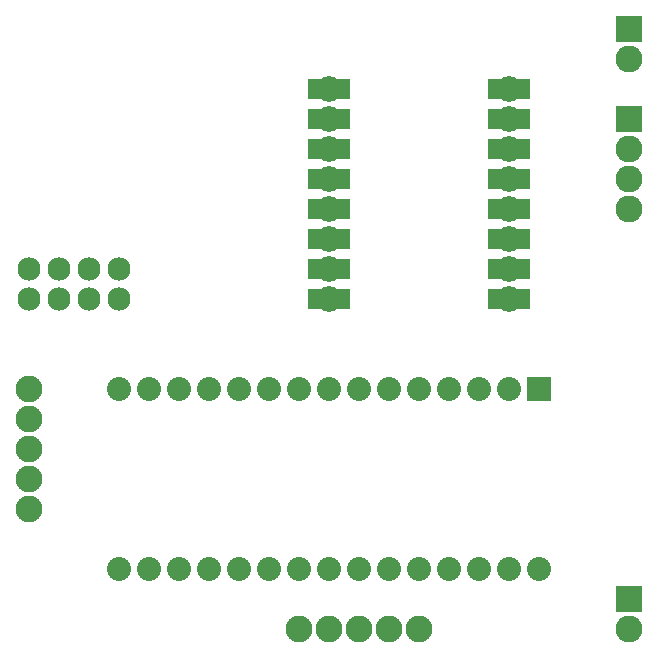
<source format=gts>
G04 MADE WITH FRITZING*
G04 WWW.FRITZING.ORG*
G04 DOUBLE SIDED*
G04 HOLES PLATED*
G04 CONTOUR ON CENTER OF CONTOUR VECTOR*
%ASAXBY*%
%FSLAX23Y23*%
%MOIN*%
%OFA0B0*%
%SFA1.0B1.0*%
%ADD10C,0.085333*%
%ADD11C,0.090000*%
%ADD12C,0.077278*%
%ADD13C,0.080000*%
%ADD14C,0.089370*%
%ADD15R,0.090000X0.090000*%
%ADD16R,0.080000X0.079972*%
%ADD17R,0.001000X0.001000*%
%LNMASK1*%
G90*
G70*
G54D10*
X1248Y1967D03*
X1248Y1867D03*
X1848Y1967D03*
X1848Y1867D03*
X1848Y1767D03*
X1848Y1667D03*
X1848Y1567D03*
X1848Y1467D03*
X1848Y1367D03*
X1848Y1267D03*
X1248Y1267D03*
X1248Y1367D03*
X1248Y1467D03*
X1248Y1567D03*
X1248Y1667D03*
X1248Y1767D03*
G54D11*
X2248Y267D03*
X2248Y167D03*
X2248Y2167D03*
X2248Y2067D03*
X2248Y1867D03*
X2248Y1767D03*
X2248Y1667D03*
X2248Y1567D03*
G54D12*
X248Y1367D03*
X348Y1367D03*
X448Y1367D03*
X548Y1367D03*
X248Y1267D03*
X348Y1267D03*
X448Y1267D03*
X548Y1267D03*
G54D13*
X1948Y967D03*
X1848Y967D03*
X1748Y967D03*
X1648Y967D03*
X1548Y967D03*
X1448Y967D03*
X1348Y967D03*
X1248Y967D03*
X1148Y967D03*
X1048Y967D03*
X948Y967D03*
X848Y967D03*
X748Y967D03*
X648Y967D03*
X548Y967D03*
X1948Y367D03*
X1848Y367D03*
X1748Y367D03*
X1648Y367D03*
X1548Y367D03*
X1448Y367D03*
X1348Y367D03*
X1248Y367D03*
X1148Y367D03*
X1048Y367D03*
X948Y367D03*
X848Y367D03*
X748Y367D03*
X648Y367D03*
X548Y367D03*
G54D14*
X248Y567D03*
X248Y667D03*
X248Y767D03*
X248Y867D03*
X248Y967D03*
X1548Y167D03*
X1448Y167D03*
X1348Y167D03*
X1248Y167D03*
X1148Y167D03*
G54D15*
X2248Y267D03*
X2248Y2167D03*
X2248Y1867D03*
G54D16*
X1948Y967D03*
G54D17*
X1243Y2001D02*
X1251Y2001D01*
X1843Y2001D02*
X1851Y2001D01*
X1237Y2000D02*
X1257Y2000D01*
X1837Y2000D02*
X1857Y2000D01*
X1178Y1999D02*
X1317Y1999D01*
X1778Y1999D02*
X1917Y1999D01*
X1178Y1998D02*
X1317Y1998D01*
X1778Y1998D02*
X1917Y1998D01*
X1178Y1997D02*
X1317Y1997D01*
X1778Y1997D02*
X1917Y1997D01*
X1178Y1996D02*
X1317Y1996D01*
X1778Y1996D02*
X1917Y1996D01*
X1178Y1995D02*
X1317Y1995D01*
X1778Y1995D02*
X1917Y1995D01*
X1178Y1994D02*
X1317Y1994D01*
X1778Y1994D02*
X1917Y1994D01*
X1178Y1993D02*
X1317Y1993D01*
X1778Y1993D02*
X1917Y1993D01*
X1178Y1992D02*
X1317Y1992D01*
X1778Y1992D02*
X1917Y1992D01*
X1178Y1991D02*
X1317Y1991D01*
X1778Y1991D02*
X1917Y1991D01*
X1178Y1990D02*
X1317Y1990D01*
X1778Y1990D02*
X1917Y1990D01*
X1178Y1989D02*
X1236Y1989D01*
X1258Y1989D02*
X1317Y1989D01*
X1778Y1989D02*
X1836Y1989D01*
X1858Y1989D02*
X1917Y1989D01*
X1178Y1988D02*
X1234Y1988D01*
X1260Y1988D02*
X1317Y1988D01*
X1778Y1988D02*
X1834Y1988D01*
X1860Y1988D02*
X1917Y1988D01*
X1178Y1987D02*
X1233Y1987D01*
X1262Y1987D02*
X1317Y1987D01*
X1778Y1987D02*
X1833Y1987D01*
X1862Y1987D02*
X1917Y1987D01*
X1178Y1986D02*
X1231Y1986D01*
X1263Y1986D02*
X1317Y1986D01*
X1778Y1986D02*
X1831Y1986D01*
X1863Y1986D02*
X1917Y1986D01*
X1178Y1985D02*
X1230Y1985D01*
X1264Y1985D02*
X1317Y1985D01*
X1778Y1985D02*
X1830Y1985D01*
X1864Y1985D02*
X1917Y1985D01*
X1178Y1984D02*
X1229Y1984D01*
X1265Y1984D02*
X1317Y1984D01*
X1778Y1984D02*
X1829Y1984D01*
X1865Y1984D02*
X1917Y1984D01*
X1178Y1983D02*
X1228Y1983D01*
X1266Y1983D02*
X1317Y1983D01*
X1778Y1983D02*
X1828Y1983D01*
X1866Y1983D02*
X1917Y1983D01*
X1178Y1982D02*
X1228Y1982D01*
X1267Y1982D02*
X1317Y1982D01*
X1778Y1982D02*
X1827Y1982D01*
X1867Y1982D02*
X1917Y1982D01*
X1178Y1981D02*
X1227Y1981D01*
X1268Y1981D02*
X1317Y1981D01*
X1778Y1981D02*
X1827Y1981D01*
X1867Y1981D02*
X1917Y1981D01*
X1178Y1980D02*
X1226Y1980D01*
X1268Y1980D02*
X1317Y1980D01*
X1778Y1980D02*
X1826Y1980D01*
X1868Y1980D02*
X1917Y1980D01*
X1178Y1979D02*
X1226Y1979D01*
X1269Y1979D02*
X1317Y1979D01*
X1778Y1979D02*
X1826Y1979D01*
X1869Y1979D02*
X1917Y1979D01*
X1178Y1978D02*
X1225Y1978D01*
X1269Y1978D02*
X1317Y1978D01*
X1778Y1978D02*
X1825Y1978D01*
X1869Y1978D02*
X1917Y1978D01*
X1178Y1977D02*
X1225Y1977D01*
X1270Y1977D02*
X1317Y1977D01*
X1778Y1977D02*
X1824Y1977D01*
X1870Y1977D02*
X1917Y1977D01*
X1178Y1976D02*
X1224Y1976D01*
X1270Y1976D02*
X1317Y1976D01*
X1778Y1976D02*
X1824Y1976D01*
X1870Y1976D02*
X1917Y1976D01*
X1178Y1975D02*
X1224Y1975D01*
X1271Y1975D02*
X1317Y1975D01*
X1778Y1975D02*
X1824Y1975D01*
X1871Y1975D02*
X1917Y1975D01*
X1178Y1974D02*
X1224Y1974D01*
X1271Y1974D02*
X1317Y1974D01*
X1778Y1974D02*
X1823Y1974D01*
X1871Y1974D02*
X1917Y1974D01*
X1178Y1973D02*
X1223Y1973D01*
X1271Y1973D02*
X1317Y1973D01*
X1778Y1973D02*
X1823Y1973D01*
X1871Y1973D02*
X1917Y1973D01*
X1178Y1972D02*
X1223Y1972D01*
X1272Y1972D02*
X1317Y1972D01*
X1778Y1972D02*
X1823Y1972D01*
X1872Y1972D02*
X1917Y1972D01*
X1178Y1971D02*
X1223Y1971D01*
X1272Y1971D02*
X1317Y1971D01*
X1778Y1971D02*
X1823Y1971D01*
X1872Y1971D02*
X1917Y1971D01*
X1178Y1970D02*
X1223Y1970D01*
X1272Y1970D02*
X1317Y1970D01*
X1778Y1970D02*
X1823Y1970D01*
X1872Y1970D02*
X1917Y1970D01*
X1178Y1969D02*
X1223Y1969D01*
X1272Y1969D02*
X1317Y1969D01*
X1778Y1969D02*
X1823Y1969D01*
X1872Y1969D02*
X1917Y1969D01*
X1178Y1968D02*
X1223Y1968D01*
X1272Y1968D02*
X1317Y1968D01*
X1778Y1968D02*
X1823Y1968D01*
X1872Y1968D02*
X1917Y1968D01*
X1178Y1967D02*
X1223Y1967D01*
X1272Y1967D02*
X1317Y1967D01*
X1778Y1967D02*
X1823Y1967D01*
X1872Y1967D02*
X1917Y1967D01*
X1178Y1966D02*
X1223Y1966D01*
X1272Y1966D02*
X1317Y1966D01*
X1778Y1966D02*
X1823Y1966D01*
X1872Y1966D02*
X1917Y1966D01*
X1178Y1965D02*
X1223Y1965D01*
X1272Y1965D02*
X1317Y1965D01*
X1778Y1965D02*
X1823Y1965D01*
X1872Y1965D02*
X1917Y1965D01*
X1178Y1964D02*
X1223Y1964D01*
X1272Y1964D02*
X1317Y1964D01*
X1778Y1964D02*
X1823Y1964D01*
X1872Y1964D02*
X1917Y1964D01*
X1178Y1963D02*
X1223Y1963D01*
X1272Y1963D02*
X1317Y1963D01*
X1778Y1963D02*
X1823Y1963D01*
X1872Y1963D02*
X1917Y1963D01*
X1178Y1962D02*
X1223Y1962D01*
X1271Y1962D02*
X1317Y1962D01*
X1778Y1962D02*
X1823Y1962D01*
X1871Y1962D02*
X1917Y1962D01*
X1178Y1961D02*
X1224Y1961D01*
X1271Y1961D02*
X1317Y1961D01*
X1778Y1961D02*
X1824Y1961D01*
X1871Y1961D02*
X1917Y1961D01*
X1178Y1960D02*
X1224Y1960D01*
X1271Y1960D02*
X1317Y1960D01*
X1778Y1960D02*
X1824Y1960D01*
X1871Y1960D02*
X1917Y1960D01*
X1178Y1959D02*
X1224Y1959D01*
X1271Y1959D02*
X1317Y1959D01*
X1778Y1959D02*
X1824Y1959D01*
X1871Y1959D02*
X1917Y1959D01*
X1178Y1958D02*
X1224Y1958D01*
X1270Y1958D02*
X1317Y1958D01*
X1778Y1958D02*
X1824Y1958D01*
X1870Y1958D02*
X1917Y1958D01*
X1178Y1957D02*
X1225Y1957D01*
X1270Y1957D02*
X1317Y1957D01*
X1778Y1957D02*
X1825Y1957D01*
X1870Y1957D02*
X1917Y1957D01*
X1178Y1956D02*
X1226Y1956D01*
X1269Y1956D02*
X1317Y1956D01*
X1778Y1956D02*
X1826Y1956D01*
X1869Y1956D02*
X1917Y1956D01*
X1178Y1955D02*
X1226Y1955D01*
X1269Y1955D02*
X1317Y1955D01*
X1778Y1955D02*
X1826Y1955D01*
X1869Y1955D02*
X1917Y1955D01*
X1178Y1954D02*
X1227Y1954D01*
X1268Y1954D02*
X1317Y1954D01*
X1778Y1954D02*
X1827Y1954D01*
X1868Y1954D02*
X1917Y1954D01*
X1178Y1953D02*
X1227Y1953D01*
X1267Y1953D02*
X1317Y1953D01*
X1778Y1953D02*
X1827Y1953D01*
X1867Y1953D02*
X1917Y1953D01*
X1178Y1952D02*
X1228Y1952D01*
X1266Y1952D02*
X1317Y1952D01*
X1778Y1952D02*
X1828Y1952D01*
X1866Y1952D02*
X1917Y1952D01*
X1178Y1951D02*
X1229Y1951D01*
X1266Y1951D02*
X1317Y1951D01*
X1778Y1951D02*
X1829Y1951D01*
X1866Y1951D02*
X1917Y1951D01*
X1178Y1950D02*
X1230Y1950D01*
X1265Y1950D02*
X1317Y1950D01*
X1778Y1950D02*
X1830Y1950D01*
X1865Y1950D02*
X1917Y1950D01*
X1178Y1949D02*
X1231Y1949D01*
X1264Y1949D02*
X1317Y1949D01*
X1778Y1949D02*
X1831Y1949D01*
X1864Y1949D02*
X1917Y1949D01*
X1178Y1948D02*
X1232Y1948D01*
X1262Y1948D02*
X1317Y1948D01*
X1778Y1948D02*
X1832Y1948D01*
X1862Y1948D02*
X1917Y1948D01*
X1178Y1947D02*
X1234Y1947D01*
X1261Y1947D02*
X1317Y1947D01*
X1778Y1947D02*
X1834Y1947D01*
X1861Y1947D02*
X1917Y1947D01*
X1178Y1946D02*
X1235Y1946D01*
X1259Y1946D02*
X1317Y1946D01*
X1778Y1946D02*
X1835Y1946D01*
X1859Y1946D02*
X1917Y1946D01*
X1178Y1945D02*
X1237Y1945D01*
X1258Y1945D02*
X1317Y1945D01*
X1778Y1945D02*
X1837Y1945D01*
X1858Y1945D02*
X1917Y1945D01*
X1178Y1944D02*
X1240Y1944D01*
X1255Y1944D02*
X1317Y1944D01*
X1778Y1944D02*
X1840Y1944D01*
X1855Y1944D02*
X1917Y1944D01*
X1178Y1943D02*
X1317Y1943D01*
X1778Y1943D02*
X1917Y1943D01*
X1178Y1942D02*
X1317Y1942D01*
X1778Y1942D02*
X1917Y1942D01*
X1178Y1941D02*
X1317Y1941D01*
X1778Y1941D02*
X1917Y1941D01*
X1178Y1940D02*
X1317Y1940D01*
X1778Y1940D02*
X1917Y1940D01*
X1178Y1939D02*
X1317Y1939D01*
X1778Y1939D02*
X1917Y1939D01*
X1178Y1938D02*
X1317Y1938D01*
X1778Y1938D02*
X1917Y1938D01*
X1178Y1937D02*
X1317Y1937D01*
X1778Y1937D02*
X1917Y1937D01*
X1178Y1936D02*
X1317Y1936D01*
X1778Y1936D02*
X1917Y1936D01*
X1178Y1935D02*
X1317Y1935D01*
X1778Y1935D02*
X1917Y1935D01*
X1178Y1934D02*
X1317Y1934D01*
X1778Y1934D02*
X1917Y1934D01*
X1178Y1933D02*
X1317Y1933D01*
X1778Y1933D02*
X1917Y1933D01*
X1243Y1901D02*
X1251Y1901D01*
X1843Y1901D02*
X1851Y1901D01*
X1237Y1900D02*
X1257Y1900D01*
X1837Y1900D02*
X1857Y1900D01*
X1178Y1899D02*
X1317Y1899D01*
X1778Y1899D02*
X1917Y1899D01*
X1178Y1898D02*
X1317Y1898D01*
X1778Y1898D02*
X1917Y1898D01*
X1178Y1897D02*
X1317Y1897D01*
X1778Y1897D02*
X1917Y1897D01*
X1178Y1896D02*
X1317Y1896D01*
X1778Y1896D02*
X1917Y1896D01*
X1178Y1895D02*
X1317Y1895D01*
X1778Y1895D02*
X1917Y1895D01*
X1178Y1894D02*
X1317Y1894D01*
X1778Y1894D02*
X1917Y1894D01*
X1178Y1893D02*
X1317Y1893D01*
X1778Y1893D02*
X1917Y1893D01*
X1178Y1892D02*
X1317Y1892D01*
X1778Y1892D02*
X1917Y1892D01*
X1178Y1891D02*
X1317Y1891D01*
X1778Y1891D02*
X1917Y1891D01*
X1178Y1890D02*
X1317Y1890D01*
X1778Y1890D02*
X1917Y1890D01*
X1178Y1889D02*
X1236Y1889D01*
X1258Y1889D02*
X1317Y1889D01*
X1778Y1889D02*
X1836Y1889D01*
X1858Y1889D02*
X1917Y1889D01*
X1178Y1888D02*
X1234Y1888D01*
X1260Y1888D02*
X1317Y1888D01*
X1778Y1888D02*
X1834Y1888D01*
X1860Y1888D02*
X1917Y1888D01*
X1178Y1887D02*
X1233Y1887D01*
X1262Y1887D02*
X1317Y1887D01*
X1778Y1887D02*
X1833Y1887D01*
X1862Y1887D02*
X1917Y1887D01*
X1178Y1886D02*
X1231Y1886D01*
X1263Y1886D02*
X1317Y1886D01*
X1778Y1886D02*
X1831Y1886D01*
X1863Y1886D02*
X1917Y1886D01*
X1178Y1885D02*
X1230Y1885D01*
X1264Y1885D02*
X1317Y1885D01*
X1778Y1885D02*
X1830Y1885D01*
X1864Y1885D02*
X1917Y1885D01*
X1178Y1884D02*
X1229Y1884D01*
X1265Y1884D02*
X1317Y1884D01*
X1778Y1884D02*
X1829Y1884D01*
X1865Y1884D02*
X1917Y1884D01*
X1178Y1883D02*
X1228Y1883D01*
X1266Y1883D02*
X1317Y1883D01*
X1778Y1883D02*
X1828Y1883D01*
X1866Y1883D02*
X1917Y1883D01*
X1178Y1882D02*
X1228Y1882D01*
X1267Y1882D02*
X1317Y1882D01*
X1778Y1882D02*
X1827Y1882D01*
X1867Y1882D02*
X1917Y1882D01*
X1178Y1881D02*
X1227Y1881D01*
X1268Y1881D02*
X1317Y1881D01*
X1778Y1881D02*
X1827Y1881D01*
X1868Y1881D02*
X1917Y1881D01*
X1178Y1880D02*
X1226Y1880D01*
X1268Y1880D02*
X1317Y1880D01*
X1778Y1880D02*
X1826Y1880D01*
X1868Y1880D02*
X1917Y1880D01*
X1178Y1879D02*
X1226Y1879D01*
X1269Y1879D02*
X1317Y1879D01*
X1778Y1879D02*
X1826Y1879D01*
X1869Y1879D02*
X1917Y1879D01*
X1178Y1878D02*
X1225Y1878D01*
X1269Y1878D02*
X1317Y1878D01*
X1778Y1878D02*
X1825Y1878D01*
X1869Y1878D02*
X1917Y1878D01*
X1178Y1877D02*
X1225Y1877D01*
X1270Y1877D02*
X1317Y1877D01*
X1778Y1877D02*
X1824Y1877D01*
X1870Y1877D02*
X1917Y1877D01*
X1178Y1876D02*
X1224Y1876D01*
X1270Y1876D02*
X1317Y1876D01*
X1778Y1876D02*
X1824Y1876D01*
X1870Y1876D02*
X1917Y1876D01*
X1178Y1875D02*
X1224Y1875D01*
X1271Y1875D02*
X1317Y1875D01*
X1778Y1875D02*
X1824Y1875D01*
X1871Y1875D02*
X1917Y1875D01*
X1178Y1874D02*
X1224Y1874D01*
X1271Y1874D02*
X1317Y1874D01*
X1778Y1874D02*
X1823Y1874D01*
X1871Y1874D02*
X1917Y1874D01*
X1178Y1873D02*
X1223Y1873D01*
X1271Y1873D02*
X1317Y1873D01*
X1778Y1873D02*
X1823Y1873D01*
X1871Y1873D02*
X1917Y1873D01*
X1178Y1872D02*
X1223Y1872D01*
X1272Y1872D02*
X1317Y1872D01*
X1778Y1872D02*
X1823Y1872D01*
X1872Y1872D02*
X1917Y1872D01*
X1178Y1871D02*
X1223Y1871D01*
X1272Y1871D02*
X1317Y1871D01*
X1778Y1871D02*
X1823Y1871D01*
X1872Y1871D02*
X1917Y1871D01*
X1178Y1870D02*
X1223Y1870D01*
X1272Y1870D02*
X1317Y1870D01*
X1778Y1870D02*
X1823Y1870D01*
X1872Y1870D02*
X1917Y1870D01*
X1178Y1869D02*
X1223Y1869D01*
X1272Y1869D02*
X1317Y1869D01*
X1778Y1869D02*
X1823Y1869D01*
X1872Y1869D02*
X1917Y1869D01*
X1178Y1868D02*
X1223Y1868D01*
X1272Y1868D02*
X1317Y1868D01*
X1778Y1868D02*
X1823Y1868D01*
X1872Y1868D02*
X1917Y1868D01*
X1178Y1867D02*
X1223Y1867D01*
X1272Y1867D02*
X1317Y1867D01*
X1778Y1867D02*
X1823Y1867D01*
X1872Y1867D02*
X1917Y1867D01*
X1178Y1866D02*
X1223Y1866D01*
X1272Y1866D02*
X1317Y1866D01*
X1778Y1866D02*
X1823Y1866D01*
X1872Y1866D02*
X1917Y1866D01*
X1178Y1865D02*
X1223Y1865D01*
X1272Y1865D02*
X1317Y1865D01*
X1778Y1865D02*
X1823Y1865D01*
X1872Y1865D02*
X1917Y1865D01*
X1178Y1864D02*
X1223Y1864D01*
X1272Y1864D02*
X1317Y1864D01*
X1778Y1864D02*
X1823Y1864D01*
X1872Y1864D02*
X1917Y1864D01*
X1178Y1863D02*
X1223Y1863D01*
X1272Y1863D02*
X1317Y1863D01*
X1778Y1863D02*
X1823Y1863D01*
X1872Y1863D02*
X1917Y1863D01*
X1178Y1862D02*
X1223Y1862D01*
X1271Y1862D02*
X1317Y1862D01*
X1778Y1862D02*
X1823Y1862D01*
X1871Y1862D02*
X1917Y1862D01*
X1178Y1861D02*
X1224Y1861D01*
X1271Y1861D02*
X1317Y1861D01*
X1778Y1861D02*
X1824Y1861D01*
X1871Y1861D02*
X1917Y1861D01*
X1178Y1860D02*
X1224Y1860D01*
X1271Y1860D02*
X1317Y1860D01*
X1778Y1860D02*
X1824Y1860D01*
X1871Y1860D02*
X1917Y1860D01*
X1178Y1859D02*
X1224Y1859D01*
X1271Y1859D02*
X1317Y1859D01*
X1778Y1859D02*
X1824Y1859D01*
X1871Y1859D02*
X1917Y1859D01*
X1178Y1858D02*
X1224Y1858D01*
X1270Y1858D02*
X1317Y1858D01*
X1778Y1858D02*
X1824Y1858D01*
X1870Y1858D02*
X1917Y1858D01*
X1178Y1857D02*
X1225Y1857D01*
X1270Y1857D02*
X1317Y1857D01*
X1778Y1857D02*
X1825Y1857D01*
X1870Y1857D02*
X1917Y1857D01*
X1178Y1856D02*
X1226Y1856D01*
X1269Y1856D02*
X1317Y1856D01*
X1778Y1856D02*
X1826Y1856D01*
X1869Y1856D02*
X1917Y1856D01*
X1178Y1855D02*
X1226Y1855D01*
X1269Y1855D02*
X1317Y1855D01*
X1778Y1855D02*
X1826Y1855D01*
X1869Y1855D02*
X1917Y1855D01*
X1178Y1854D02*
X1227Y1854D01*
X1268Y1854D02*
X1317Y1854D01*
X1778Y1854D02*
X1827Y1854D01*
X1868Y1854D02*
X1917Y1854D01*
X1178Y1853D02*
X1227Y1853D01*
X1267Y1853D02*
X1317Y1853D01*
X1778Y1853D02*
X1827Y1853D01*
X1867Y1853D02*
X1917Y1853D01*
X1178Y1852D02*
X1228Y1852D01*
X1266Y1852D02*
X1317Y1852D01*
X1778Y1852D02*
X1828Y1852D01*
X1866Y1852D02*
X1917Y1852D01*
X1178Y1851D02*
X1229Y1851D01*
X1266Y1851D02*
X1317Y1851D01*
X1778Y1851D02*
X1829Y1851D01*
X1866Y1851D02*
X1917Y1851D01*
X1178Y1850D02*
X1230Y1850D01*
X1265Y1850D02*
X1317Y1850D01*
X1778Y1850D02*
X1830Y1850D01*
X1865Y1850D02*
X1917Y1850D01*
X1178Y1849D02*
X1231Y1849D01*
X1264Y1849D02*
X1317Y1849D01*
X1778Y1849D02*
X1831Y1849D01*
X1864Y1849D02*
X1917Y1849D01*
X1178Y1848D02*
X1232Y1848D01*
X1262Y1848D02*
X1317Y1848D01*
X1778Y1848D02*
X1832Y1848D01*
X1862Y1848D02*
X1917Y1848D01*
X1178Y1847D02*
X1234Y1847D01*
X1261Y1847D02*
X1317Y1847D01*
X1778Y1847D02*
X1834Y1847D01*
X1861Y1847D02*
X1917Y1847D01*
X1178Y1846D02*
X1235Y1846D01*
X1259Y1846D02*
X1317Y1846D01*
X1778Y1846D02*
X1835Y1846D01*
X1859Y1846D02*
X1917Y1846D01*
X1178Y1845D02*
X1237Y1845D01*
X1258Y1845D02*
X1317Y1845D01*
X1778Y1845D02*
X1837Y1845D01*
X1858Y1845D02*
X1917Y1845D01*
X1178Y1844D02*
X1240Y1844D01*
X1255Y1844D02*
X1317Y1844D01*
X1778Y1844D02*
X1840Y1844D01*
X1855Y1844D02*
X1917Y1844D01*
X1178Y1843D02*
X1317Y1843D01*
X1778Y1843D02*
X1917Y1843D01*
X1178Y1842D02*
X1317Y1842D01*
X1778Y1842D02*
X1917Y1842D01*
X1178Y1841D02*
X1317Y1841D01*
X1778Y1841D02*
X1917Y1841D01*
X1178Y1840D02*
X1317Y1840D01*
X1778Y1840D02*
X1917Y1840D01*
X1178Y1839D02*
X1317Y1839D01*
X1778Y1839D02*
X1917Y1839D01*
X1178Y1838D02*
X1317Y1838D01*
X1778Y1838D02*
X1917Y1838D01*
X1178Y1837D02*
X1317Y1837D01*
X1778Y1837D02*
X1917Y1837D01*
X1178Y1836D02*
X1317Y1836D01*
X1778Y1836D02*
X1917Y1836D01*
X1178Y1835D02*
X1317Y1835D01*
X1778Y1835D02*
X1917Y1835D01*
X1178Y1834D02*
X1317Y1834D01*
X1778Y1834D02*
X1917Y1834D01*
X1178Y1833D02*
X1317Y1833D01*
X1778Y1833D02*
X1917Y1833D01*
X1243Y1801D02*
X1251Y1801D01*
X1843Y1801D02*
X1851Y1801D01*
X1237Y1800D02*
X1258Y1800D01*
X1837Y1800D02*
X1858Y1800D01*
X1178Y1799D02*
X1317Y1799D01*
X1778Y1799D02*
X1917Y1799D01*
X1178Y1798D02*
X1317Y1798D01*
X1778Y1798D02*
X1917Y1798D01*
X1178Y1797D02*
X1317Y1797D01*
X1778Y1797D02*
X1917Y1797D01*
X1178Y1796D02*
X1317Y1796D01*
X1778Y1796D02*
X1917Y1796D01*
X1178Y1795D02*
X1317Y1795D01*
X1778Y1795D02*
X1917Y1795D01*
X1178Y1794D02*
X1317Y1794D01*
X1778Y1794D02*
X1917Y1794D01*
X1178Y1793D02*
X1317Y1793D01*
X1778Y1793D02*
X1917Y1793D01*
X1178Y1792D02*
X1317Y1792D01*
X1778Y1792D02*
X1917Y1792D01*
X1178Y1791D02*
X1317Y1791D01*
X1778Y1791D02*
X1917Y1791D01*
X1178Y1790D02*
X1317Y1790D01*
X1778Y1790D02*
X1917Y1790D01*
X1178Y1789D02*
X1236Y1789D01*
X1258Y1789D02*
X1317Y1789D01*
X1778Y1789D02*
X1836Y1789D01*
X1858Y1789D02*
X1917Y1789D01*
X1178Y1788D02*
X1234Y1788D01*
X1260Y1788D02*
X1317Y1788D01*
X1778Y1788D02*
X1834Y1788D01*
X1860Y1788D02*
X1917Y1788D01*
X1178Y1787D02*
X1233Y1787D01*
X1262Y1787D02*
X1317Y1787D01*
X1778Y1787D02*
X1833Y1787D01*
X1862Y1787D02*
X1917Y1787D01*
X1178Y1786D02*
X1231Y1786D01*
X1263Y1786D02*
X1317Y1786D01*
X1778Y1786D02*
X1831Y1786D01*
X1863Y1786D02*
X1917Y1786D01*
X1178Y1785D02*
X1230Y1785D01*
X1264Y1785D02*
X1317Y1785D01*
X1778Y1785D02*
X1830Y1785D01*
X1864Y1785D02*
X1917Y1785D01*
X1178Y1784D02*
X1229Y1784D01*
X1265Y1784D02*
X1317Y1784D01*
X1778Y1784D02*
X1829Y1784D01*
X1865Y1784D02*
X1917Y1784D01*
X1178Y1783D02*
X1228Y1783D01*
X1266Y1783D02*
X1317Y1783D01*
X1778Y1783D02*
X1828Y1783D01*
X1866Y1783D02*
X1917Y1783D01*
X1178Y1782D02*
X1228Y1782D01*
X1267Y1782D02*
X1317Y1782D01*
X1778Y1782D02*
X1827Y1782D01*
X1867Y1782D02*
X1917Y1782D01*
X1178Y1781D02*
X1227Y1781D01*
X1268Y1781D02*
X1317Y1781D01*
X1778Y1781D02*
X1827Y1781D01*
X1868Y1781D02*
X1917Y1781D01*
X1178Y1780D02*
X1226Y1780D01*
X1268Y1780D02*
X1317Y1780D01*
X1778Y1780D02*
X1826Y1780D01*
X1868Y1780D02*
X1917Y1780D01*
X1178Y1779D02*
X1226Y1779D01*
X1269Y1779D02*
X1317Y1779D01*
X1778Y1779D02*
X1826Y1779D01*
X1869Y1779D02*
X1917Y1779D01*
X1178Y1778D02*
X1225Y1778D01*
X1269Y1778D02*
X1317Y1778D01*
X1778Y1778D02*
X1825Y1778D01*
X1869Y1778D02*
X1917Y1778D01*
X1178Y1777D02*
X1225Y1777D01*
X1270Y1777D02*
X1317Y1777D01*
X1778Y1777D02*
X1824Y1777D01*
X1870Y1777D02*
X1917Y1777D01*
X1178Y1776D02*
X1224Y1776D01*
X1270Y1776D02*
X1317Y1776D01*
X1778Y1776D02*
X1824Y1776D01*
X1870Y1776D02*
X1917Y1776D01*
X1178Y1775D02*
X1224Y1775D01*
X1271Y1775D02*
X1317Y1775D01*
X1778Y1775D02*
X1824Y1775D01*
X1871Y1775D02*
X1917Y1775D01*
X1178Y1774D02*
X1224Y1774D01*
X1271Y1774D02*
X1317Y1774D01*
X1778Y1774D02*
X1823Y1774D01*
X1871Y1774D02*
X1917Y1774D01*
X1178Y1773D02*
X1223Y1773D01*
X1271Y1773D02*
X1317Y1773D01*
X1778Y1773D02*
X1823Y1773D01*
X1871Y1773D02*
X1917Y1773D01*
X1178Y1772D02*
X1223Y1772D01*
X1272Y1772D02*
X1317Y1772D01*
X1778Y1772D02*
X1823Y1772D01*
X1872Y1772D02*
X1917Y1772D01*
X1178Y1771D02*
X1223Y1771D01*
X1272Y1771D02*
X1317Y1771D01*
X1778Y1771D02*
X1823Y1771D01*
X1872Y1771D02*
X1917Y1771D01*
X1178Y1770D02*
X1223Y1770D01*
X1272Y1770D02*
X1317Y1770D01*
X1778Y1770D02*
X1823Y1770D01*
X1872Y1770D02*
X1917Y1770D01*
X1178Y1769D02*
X1223Y1769D01*
X1272Y1769D02*
X1317Y1769D01*
X1778Y1769D02*
X1823Y1769D01*
X1872Y1769D02*
X1917Y1769D01*
X1178Y1768D02*
X1223Y1768D01*
X1272Y1768D02*
X1317Y1768D01*
X1778Y1768D02*
X1823Y1768D01*
X1872Y1768D02*
X1917Y1768D01*
X1178Y1767D02*
X1223Y1767D01*
X1272Y1767D02*
X1317Y1767D01*
X1778Y1767D02*
X1823Y1767D01*
X1872Y1767D02*
X1917Y1767D01*
X1178Y1766D02*
X1223Y1766D01*
X1272Y1766D02*
X1317Y1766D01*
X1778Y1766D02*
X1823Y1766D01*
X1872Y1766D02*
X1917Y1766D01*
X1178Y1765D02*
X1223Y1765D01*
X1272Y1765D02*
X1317Y1765D01*
X1778Y1765D02*
X1823Y1765D01*
X1872Y1765D02*
X1917Y1765D01*
X1178Y1764D02*
X1223Y1764D01*
X1272Y1764D02*
X1317Y1764D01*
X1778Y1764D02*
X1823Y1764D01*
X1872Y1764D02*
X1917Y1764D01*
X1178Y1763D02*
X1223Y1763D01*
X1272Y1763D02*
X1317Y1763D01*
X1778Y1763D02*
X1823Y1763D01*
X1872Y1763D02*
X1917Y1763D01*
X1178Y1762D02*
X1223Y1762D01*
X1271Y1762D02*
X1317Y1762D01*
X1778Y1762D02*
X1823Y1762D01*
X1871Y1762D02*
X1917Y1762D01*
X1178Y1761D02*
X1224Y1761D01*
X1271Y1761D02*
X1317Y1761D01*
X1778Y1761D02*
X1824Y1761D01*
X1871Y1761D02*
X1917Y1761D01*
X1178Y1760D02*
X1224Y1760D01*
X1271Y1760D02*
X1317Y1760D01*
X1778Y1760D02*
X1824Y1760D01*
X1871Y1760D02*
X1917Y1760D01*
X1178Y1759D02*
X1224Y1759D01*
X1271Y1759D02*
X1317Y1759D01*
X1778Y1759D02*
X1824Y1759D01*
X1871Y1759D02*
X1917Y1759D01*
X1178Y1758D02*
X1225Y1758D01*
X1270Y1758D02*
X1317Y1758D01*
X1778Y1758D02*
X1824Y1758D01*
X1870Y1758D02*
X1917Y1758D01*
X1178Y1757D02*
X1225Y1757D01*
X1270Y1757D02*
X1317Y1757D01*
X1778Y1757D02*
X1825Y1757D01*
X1870Y1757D02*
X1917Y1757D01*
X1178Y1756D02*
X1226Y1756D01*
X1269Y1756D02*
X1317Y1756D01*
X1778Y1756D02*
X1826Y1756D01*
X1869Y1756D02*
X1917Y1756D01*
X1178Y1755D02*
X1226Y1755D01*
X1269Y1755D02*
X1317Y1755D01*
X1778Y1755D02*
X1826Y1755D01*
X1869Y1755D02*
X1917Y1755D01*
X1178Y1754D02*
X1227Y1754D01*
X1268Y1754D02*
X1317Y1754D01*
X1778Y1754D02*
X1827Y1754D01*
X1868Y1754D02*
X1917Y1754D01*
X1178Y1753D02*
X1227Y1753D01*
X1267Y1753D02*
X1317Y1753D01*
X1778Y1753D02*
X1827Y1753D01*
X1867Y1753D02*
X1917Y1753D01*
X1178Y1752D02*
X1228Y1752D01*
X1266Y1752D02*
X1317Y1752D01*
X1778Y1752D02*
X1828Y1752D01*
X1866Y1752D02*
X1917Y1752D01*
X1178Y1751D02*
X1229Y1751D01*
X1266Y1751D02*
X1317Y1751D01*
X1778Y1751D02*
X1829Y1751D01*
X1866Y1751D02*
X1917Y1751D01*
X1178Y1750D02*
X1230Y1750D01*
X1265Y1750D02*
X1317Y1750D01*
X1778Y1750D02*
X1830Y1750D01*
X1865Y1750D02*
X1917Y1750D01*
X1178Y1749D02*
X1231Y1749D01*
X1264Y1749D02*
X1317Y1749D01*
X1778Y1749D02*
X1831Y1749D01*
X1864Y1749D02*
X1917Y1749D01*
X1178Y1748D02*
X1232Y1748D01*
X1262Y1748D02*
X1317Y1748D01*
X1778Y1748D02*
X1832Y1748D01*
X1862Y1748D02*
X1917Y1748D01*
X1178Y1747D02*
X1234Y1747D01*
X1261Y1747D02*
X1317Y1747D01*
X1778Y1747D02*
X1834Y1747D01*
X1861Y1747D02*
X1917Y1747D01*
X1178Y1746D02*
X1235Y1746D01*
X1259Y1746D02*
X1317Y1746D01*
X1778Y1746D02*
X1835Y1746D01*
X1859Y1746D02*
X1917Y1746D01*
X1178Y1745D02*
X1237Y1745D01*
X1258Y1745D02*
X1317Y1745D01*
X1778Y1745D02*
X1837Y1745D01*
X1858Y1745D02*
X1917Y1745D01*
X1178Y1744D02*
X1240Y1744D01*
X1255Y1744D02*
X1317Y1744D01*
X1778Y1744D02*
X1840Y1744D01*
X1855Y1744D02*
X1917Y1744D01*
X1178Y1743D02*
X1317Y1743D01*
X1778Y1743D02*
X1917Y1743D01*
X1178Y1742D02*
X1317Y1742D01*
X1778Y1742D02*
X1917Y1742D01*
X1178Y1741D02*
X1317Y1741D01*
X1778Y1741D02*
X1917Y1741D01*
X1178Y1740D02*
X1317Y1740D01*
X1778Y1740D02*
X1917Y1740D01*
X1178Y1739D02*
X1317Y1739D01*
X1778Y1739D02*
X1917Y1739D01*
X1178Y1738D02*
X1317Y1738D01*
X1778Y1738D02*
X1917Y1738D01*
X1178Y1737D02*
X1317Y1737D01*
X1778Y1737D02*
X1917Y1737D01*
X1178Y1736D02*
X1317Y1736D01*
X1778Y1736D02*
X1917Y1736D01*
X1178Y1735D02*
X1317Y1735D01*
X1778Y1735D02*
X1917Y1735D01*
X1178Y1734D02*
X1317Y1734D01*
X1778Y1734D02*
X1917Y1734D01*
X1178Y1733D02*
X1317Y1733D01*
X1778Y1733D02*
X1917Y1733D01*
X1243Y1701D02*
X1251Y1701D01*
X1843Y1701D02*
X1851Y1701D01*
X1237Y1700D02*
X1258Y1700D01*
X1837Y1700D02*
X1858Y1700D01*
X1178Y1699D02*
X1317Y1699D01*
X1778Y1699D02*
X1917Y1699D01*
X1178Y1698D02*
X1317Y1698D01*
X1778Y1698D02*
X1917Y1698D01*
X1178Y1697D02*
X1317Y1697D01*
X1778Y1697D02*
X1917Y1697D01*
X1178Y1696D02*
X1317Y1696D01*
X1778Y1696D02*
X1917Y1696D01*
X1178Y1695D02*
X1317Y1695D01*
X1778Y1695D02*
X1917Y1695D01*
X1178Y1694D02*
X1317Y1694D01*
X1778Y1694D02*
X1917Y1694D01*
X1178Y1693D02*
X1317Y1693D01*
X1778Y1693D02*
X1917Y1693D01*
X1178Y1692D02*
X1317Y1692D01*
X1778Y1692D02*
X1917Y1692D01*
X1178Y1691D02*
X1317Y1691D01*
X1778Y1691D02*
X1917Y1691D01*
X1178Y1690D02*
X1317Y1690D01*
X1778Y1690D02*
X1917Y1690D01*
X1178Y1689D02*
X1236Y1689D01*
X1258Y1689D02*
X1317Y1689D01*
X1778Y1689D02*
X1836Y1689D01*
X1858Y1689D02*
X1917Y1689D01*
X1178Y1688D02*
X1234Y1688D01*
X1260Y1688D02*
X1317Y1688D01*
X1778Y1688D02*
X1834Y1688D01*
X1860Y1688D02*
X1917Y1688D01*
X1178Y1687D02*
X1233Y1687D01*
X1262Y1687D02*
X1317Y1687D01*
X1778Y1687D02*
X1833Y1687D01*
X1862Y1687D02*
X1917Y1687D01*
X1178Y1686D02*
X1231Y1686D01*
X1263Y1686D02*
X1317Y1686D01*
X1778Y1686D02*
X1831Y1686D01*
X1863Y1686D02*
X1917Y1686D01*
X1178Y1685D02*
X1230Y1685D01*
X1264Y1685D02*
X1317Y1685D01*
X1778Y1685D02*
X1830Y1685D01*
X1864Y1685D02*
X1917Y1685D01*
X1178Y1684D02*
X1229Y1684D01*
X1265Y1684D02*
X1317Y1684D01*
X1778Y1684D02*
X1829Y1684D01*
X1865Y1684D02*
X1917Y1684D01*
X1178Y1683D02*
X1228Y1683D01*
X1266Y1683D02*
X1317Y1683D01*
X1778Y1683D02*
X1828Y1683D01*
X1866Y1683D02*
X1917Y1683D01*
X1178Y1682D02*
X1228Y1682D01*
X1267Y1682D02*
X1317Y1682D01*
X1778Y1682D02*
X1827Y1682D01*
X1867Y1682D02*
X1917Y1682D01*
X1178Y1681D02*
X1227Y1681D01*
X1268Y1681D02*
X1317Y1681D01*
X1778Y1681D02*
X1827Y1681D01*
X1868Y1681D02*
X1917Y1681D01*
X1178Y1680D02*
X1226Y1680D01*
X1268Y1680D02*
X1317Y1680D01*
X1778Y1680D02*
X1826Y1680D01*
X1868Y1680D02*
X1917Y1680D01*
X1178Y1679D02*
X1226Y1679D01*
X1269Y1679D02*
X1317Y1679D01*
X1778Y1679D02*
X1826Y1679D01*
X1869Y1679D02*
X1917Y1679D01*
X1178Y1678D02*
X1225Y1678D01*
X1269Y1678D02*
X1317Y1678D01*
X1778Y1678D02*
X1825Y1678D01*
X1869Y1678D02*
X1917Y1678D01*
X1178Y1677D02*
X1225Y1677D01*
X1270Y1677D02*
X1317Y1677D01*
X1778Y1677D02*
X1824Y1677D01*
X1870Y1677D02*
X1917Y1677D01*
X1178Y1676D02*
X1224Y1676D01*
X1270Y1676D02*
X1317Y1676D01*
X1778Y1676D02*
X1824Y1676D01*
X1870Y1676D02*
X1917Y1676D01*
X1178Y1675D02*
X1224Y1675D01*
X1271Y1675D02*
X1317Y1675D01*
X1778Y1675D02*
X1824Y1675D01*
X1871Y1675D02*
X1917Y1675D01*
X1178Y1674D02*
X1224Y1674D01*
X1271Y1674D02*
X1317Y1674D01*
X1778Y1674D02*
X1823Y1674D01*
X1871Y1674D02*
X1917Y1674D01*
X1178Y1673D02*
X1223Y1673D01*
X1271Y1673D02*
X1317Y1673D01*
X1778Y1673D02*
X1823Y1673D01*
X1871Y1673D02*
X1917Y1673D01*
X1178Y1672D02*
X1223Y1672D01*
X1272Y1672D02*
X1317Y1672D01*
X1778Y1672D02*
X1823Y1672D01*
X1872Y1672D02*
X1917Y1672D01*
X1178Y1671D02*
X1223Y1671D01*
X1272Y1671D02*
X1317Y1671D01*
X1778Y1671D02*
X1823Y1671D01*
X1872Y1671D02*
X1917Y1671D01*
X1178Y1670D02*
X1223Y1670D01*
X1272Y1670D02*
X1317Y1670D01*
X1778Y1670D02*
X1823Y1670D01*
X1872Y1670D02*
X1917Y1670D01*
X1178Y1669D02*
X1223Y1669D01*
X1272Y1669D02*
X1317Y1669D01*
X1778Y1669D02*
X1823Y1669D01*
X1872Y1669D02*
X1917Y1669D01*
X1178Y1668D02*
X1223Y1668D01*
X1272Y1668D02*
X1317Y1668D01*
X1778Y1668D02*
X1823Y1668D01*
X1872Y1668D02*
X1917Y1668D01*
X1178Y1667D02*
X1223Y1667D01*
X1272Y1667D02*
X1317Y1667D01*
X1778Y1667D02*
X1823Y1667D01*
X1872Y1667D02*
X1917Y1667D01*
X1178Y1666D02*
X1223Y1666D01*
X1272Y1666D02*
X1317Y1666D01*
X1778Y1666D02*
X1823Y1666D01*
X1872Y1666D02*
X1917Y1666D01*
X1178Y1665D02*
X1223Y1665D01*
X1272Y1665D02*
X1317Y1665D01*
X1778Y1665D02*
X1823Y1665D01*
X1872Y1665D02*
X1917Y1665D01*
X1178Y1664D02*
X1223Y1664D01*
X1272Y1664D02*
X1317Y1664D01*
X1778Y1664D02*
X1823Y1664D01*
X1872Y1664D02*
X1917Y1664D01*
X1178Y1663D02*
X1223Y1663D01*
X1272Y1663D02*
X1317Y1663D01*
X1778Y1663D02*
X1823Y1663D01*
X1872Y1663D02*
X1917Y1663D01*
X1178Y1662D02*
X1223Y1662D01*
X1271Y1662D02*
X1317Y1662D01*
X1778Y1662D02*
X1823Y1662D01*
X1871Y1662D02*
X1917Y1662D01*
X1178Y1661D02*
X1224Y1661D01*
X1271Y1661D02*
X1317Y1661D01*
X1778Y1661D02*
X1824Y1661D01*
X1871Y1661D02*
X1917Y1661D01*
X1178Y1660D02*
X1224Y1660D01*
X1271Y1660D02*
X1317Y1660D01*
X1778Y1660D02*
X1824Y1660D01*
X1871Y1660D02*
X1917Y1660D01*
X1178Y1659D02*
X1224Y1659D01*
X1271Y1659D02*
X1317Y1659D01*
X1778Y1659D02*
X1824Y1659D01*
X1871Y1659D02*
X1917Y1659D01*
X1178Y1658D02*
X1225Y1658D01*
X1270Y1658D02*
X1317Y1658D01*
X1778Y1658D02*
X1824Y1658D01*
X1870Y1658D02*
X1917Y1658D01*
X1178Y1657D02*
X1225Y1657D01*
X1270Y1657D02*
X1317Y1657D01*
X1778Y1657D02*
X1825Y1657D01*
X1870Y1657D02*
X1917Y1657D01*
X1178Y1656D02*
X1226Y1656D01*
X1269Y1656D02*
X1317Y1656D01*
X1778Y1656D02*
X1826Y1656D01*
X1869Y1656D02*
X1917Y1656D01*
X1178Y1655D02*
X1226Y1655D01*
X1269Y1655D02*
X1317Y1655D01*
X1778Y1655D02*
X1826Y1655D01*
X1869Y1655D02*
X1917Y1655D01*
X1178Y1654D02*
X1227Y1654D01*
X1268Y1654D02*
X1317Y1654D01*
X1778Y1654D02*
X1827Y1654D01*
X1868Y1654D02*
X1917Y1654D01*
X1178Y1653D02*
X1227Y1653D01*
X1267Y1653D02*
X1317Y1653D01*
X1778Y1653D02*
X1827Y1653D01*
X1867Y1653D02*
X1917Y1653D01*
X1178Y1652D02*
X1228Y1652D01*
X1266Y1652D02*
X1317Y1652D01*
X1778Y1652D02*
X1828Y1652D01*
X1866Y1652D02*
X1917Y1652D01*
X1178Y1651D02*
X1229Y1651D01*
X1266Y1651D02*
X1317Y1651D01*
X1778Y1651D02*
X1829Y1651D01*
X1866Y1651D02*
X1917Y1651D01*
X1178Y1650D02*
X1230Y1650D01*
X1265Y1650D02*
X1317Y1650D01*
X1778Y1650D02*
X1830Y1650D01*
X1865Y1650D02*
X1917Y1650D01*
X1178Y1649D02*
X1231Y1649D01*
X1264Y1649D02*
X1317Y1649D01*
X1778Y1649D02*
X1831Y1649D01*
X1864Y1649D02*
X1917Y1649D01*
X1178Y1648D02*
X1232Y1648D01*
X1262Y1648D02*
X1317Y1648D01*
X1778Y1648D02*
X1832Y1648D01*
X1862Y1648D02*
X1917Y1648D01*
X1178Y1647D02*
X1234Y1647D01*
X1261Y1647D02*
X1317Y1647D01*
X1778Y1647D02*
X1834Y1647D01*
X1861Y1647D02*
X1917Y1647D01*
X1178Y1646D02*
X1235Y1646D01*
X1259Y1646D02*
X1317Y1646D01*
X1778Y1646D02*
X1835Y1646D01*
X1859Y1646D02*
X1917Y1646D01*
X1178Y1645D02*
X1237Y1645D01*
X1258Y1645D02*
X1317Y1645D01*
X1778Y1645D02*
X1837Y1645D01*
X1858Y1645D02*
X1917Y1645D01*
X1178Y1644D02*
X1240Y1644D01*
X1255Y1644D02*
X1317Y1644D01*
X1778Y1644D02*
X1840Y1644D01*
X1855Y1644D02*
X1917Y1644D01*
X1178Y1643D02*
X1317Y1643D01*
X1778Y1643D02*
X1917Y1643D01*
X1178Y1642D02*
X1317Y1642D01*
X1778Y1642D02*
X1917Y1642D01*
X1178Y1641D02*
X1317Y1641D01*
X1778Y1641D02*
X1917Y1641D01*
X1178Y1640D02*
X1317Y1640D01*
X1778Y1640D02*
X1917Y1640D01*
X1178Y1639D02*
X1317Y1639D01*
X1778Y1639D02*
X1917Y1639D01*
X1178Y1638D02*
X1317Y1638D01*
X1778Y1638D02*
X1917Y1638D01*
X1178Y1637D02*
X1317Y1637D01*
X1778Y1637D02*
X1917Y1637D01*
X1178Y1636D02*
X1317Y1636D01*
X1778Y1636D02*
X1917Y1636D01*
X1178Y1635D02*
X1317Y1635D01*
X1778Y1635D02*
X1917Y1635D01*
X1178Y1634D02*
X1317Y1634D01*
X1778Y1634D02*
X1917Y1634D01*
X1243Y1633D02*
X1252Y1633D01*
X1842Y1633D02*
X1852Y1633D01*
X1243Y1601D02*
X1251Y1601D01*
X1843Y1601D02*
X1851Y1601D01*
X1237Y1600D02*
X1258Y1600D01*
X1837Y1600D02*
X1858Y1600D01*
X1178Y1599D02*
X1317Y1599D01*
X1778Y1599D02*
X1917Y1599D01*
X1178Y1598D02*
X1317Y1598D01*
X1778Y1598D02*
X1917Y1598D01*
X1178Y1597D02*
X1317Y1597D01*
X1778Y1597D02*
X1917Y1597D01*
X1178Y1596D02*
X1317Y1596D01*
X1778Y1596D02*
X1917Y1596D01*
X1178Y1595D02*
X1317Y1595D01*
X1778Y1595D02*
X1917Y1595D01*
X1178Y1594D02*
X1317Y1594D01*
X1778Y1594D02*
X1917Y1594D01*
X1178Y1593D02*
X1317Y1593D01*
X1778Y1593D02*
X1917Y1593D01*
X1178Y1592D02*
X1317Y1592D01*
X1778Y1592D02*
X1917Y1592D01*
X1178Y1591D02*
X1317Y1591D01*
X1778Y1591D02*
X1917Y1591D01*
X1178Y1590D02*
X1317Y1590D01*
X1778Y1590D02*
X1917Y1590D01*
X1178Y1589D02*
X1236Y1589D01*
X1258Y1589D02*
X1317Y1589D01*
X1778Y1589D02*
X1836Y1589D01*
X1858Y1589D02*
X1917Y1589D01*
X1178Y1588D02*
X1234Y1588D01*
X1260Y1588D02*
X1317Y1588D01*
X1778Y1588D02*
X1834Y1588D01*
X1860Y1588D02*
X1917Y1588D01*
X1178Y1587D02*
X1233Y1587D01*
X1262Y1587D02*
X1317Y1587D01*
X1778Y1587D02*
X1833Y1587D01*
X1862Y1587D02*
X1917Y1587D01*
X1178Y1586D02*
X1231Y1586D01*
X1263Y1586D02*
X1317Y1586D01*
X1778Y1586D02*
X1831Y1586D01*
X1863Y1586D02*
X1917Y1586D01*
X1178Y1585D02*
X1230Y1585D01*
X1264Y1585D02*
X1317Y1585D01*
X1778Y1585D02*
X1830Y1585D01*
X1864Y1585D02*
X1917Y1585D01*
X1178Y1584D02*
X1229Y1584D01*
X1265Y1584D02*
X1317Y1584D01*
X1778Y1584D02*
X1829Y1584D01*
X1865Y1584D02*
X1917Y1584D01*
X1178Y1583D02*
X1228Y1583D01*
X1266Y1583D02*
X1317Y1583D01*
X1778Y1583D02*
X1828Y1583D01*
X1866Y1583D02*
X1917Y1583D01*
X1178Y1582D02*
X1228Y1582D01*
X1267Y1582D02*
X1317Y1582D01*
X1778Y1582D02*
X1827Y1582D01*
X1867Y1582D02*
X1917Y1582D01*
X1178Y1581D02*
X1227Y1581D01*
X1268Y1581D02*
X1317Y1581D01*
X1778Y1581D02*
X1827Y1581D01*
X1868Y1581D02*
X1917Y1581D01*
X1178Y1580D02*
X1226Y1580D01*
X1268Y1580D02*
X1317Y1580D01*
X1778Y1580D02*
X1826Y1580D01*
X1868Y1580D02*
X1917Y1580D01*
X1178Y1579D02*
X1226Y1579D01*
X1269Y1579D02*
X1317Y1579D01*
X1778Y1579D02*
X1826Y1579D01*
X1869Y1579D02*
X1917Y1579D01*
X1178Y1578D02*
X1225Y1578D01*
X1269Y1578D02*
X1317Y1578D01*
X1778Y1578D02*
X1825Y1578D01*
X1869Y1578D02*
X1917Y1578D01*
X1178Y1577D02*
X1225Y1577D01*
X1270Y1577D02*
X1317Y1577D01*
X1778Y1577D02*
X1824Y1577D01*
X1870Y1577D02*
X1917Y1577D01*
X1178Y1576D02*
X1224Y1576D01*
X1270Y1576D02*
X1317Y1576D01*
X1778Y1576D02*
X1824Y1576D01*
X1870Y1576D02*
X1917Y1576D01*
X1178Y1575D02*
X1224Y1575D01*
X1271Y1575D02*
X1317Y1575D01*
X1778Y1575D02*
X1824Y1575D01*
X1871Y1575D02*
X1917Y1575D01*
X1178Y1574D02*
X1224Y1574D01*
X1271Y1574D02*
X1317Y1574D01*
X1778Y1574D02*
X1823Y1574D01*
X1871Y1574D02*
X1917Y1574D01*
X1178Y1573D02*
X1223Y1573D01*
X1271Y1573D02*
X1317Y1573D01*
X1778Y1573D02*
X1823Y1573D01*
X1871Y1573D02*
X1917Y1573D01*
X1178Y1572D02*
X1223Y1572D01*
X1272Y1572D02*
X1317Y1572D01*
X1778Y1572D02*
X1823Y1572D01*
X1872Y1572D02*
X1917Y1572D01*
X1178Y1571D02*
X1223Y1571D01*
X1272Y1571D02*
X1317Y1571D01*
X1778Y1571D02*
X1823Y1571D01*
X1872Y1571D02*
X1917Y1571D01*
X1178Y1570D02*
X1223Y1570D01*
X1272Y1570D02*
X1317Y1570D01*
X1778Y1570D02*
X1823Y1570D01*
X1872Y1570D02*
X1917Y1570D01*
X1178Y1569D02*
X1223Y1569D01*
X1272Y1569D02*
X1317Y1569D01*
X1778Y1569D02*
X1823Y1569D01*
X1872Y1569D02*
X1917Y1569D01*
X1178Y1568D02*
X1223Y1568D01*
X1272Y1568D02*
X1317Y1568D01*
X1778Y1568D02*
X1823Y1568D01*
X1872Y1568D02*
X1917Y1568D01*
X1178Y1567D02*
X1223Y1567D01*
X1272Y1567D02*
X1317Y1567D01*
X1778Y1567D02*
X1823Y1567D01*
X1872Y1567D02*
X1917Y1567D01*
X1178Y1566D02*
X1223Y1566D01*
X1272Y1566D02*
X1317Y1566D01*
X1778Y1566D02*
X1823Y1566D01*
X1872Y1566D02*
X1917Y1566D01*
X1178Y1565D02*
X1223Y1565D01*
X1272Y1565D02*
X1317Y1565D01*
X1778Y1565D02*
X1823Y1565D01*
X1872Y1565D02*
X1917Y1565D01*
X1178Y1564D02*
X1223Y1564D01*
X1272Y1564D02*
X1317Y1564D01*
X1778Y1564D02*
X1823Y1564D01*
X1872Y1564D02*
X1917Y1564D01*
X1178Y1563D02*
X1223Y1563D01*
X1272Y1563D02*
X1317Y1563D01*
X1778Y1563D02*
X1823Y1563D01*
X1872Y1563D02*
X1917Y1563D01*
X1178Y1562D02*
X1223Y1562D01*
X1271Y1562D02*
X1317Y1562D01*
X1778Y1562D02*
X1823Y1562D01*
X1871Y1562D02*
X1917Y1562D01*
X1178Y1561D02*
X1224Y1561D01*
X1271Y1561D02*
X1317Y1561D01*
X1778Y1561D02*
X1824Y1561D01*
X1871Y1561D02*
X1917Y1561D01*
X1178Y1560D02*
X1224Y1560D01*
X1271Y1560D02*
X1317Y1560D01*
X1778Y1560D02*
X1824Y1560D01*
X1871Y1560D02*
X1917Y1560D01*
X1178Y1559D02*
X1224Y1559D01*
X1271Y1559D02*
X1317Y1559D01*
X1778Y1559D02*
X1824Y1559D01*
X1871Y1559D02*
X1917Y1559D01*
X1178Y1558D02*
X1225Y1558D01*
X1270Y1558D02*
X1317Y1558D01*
X1778Y1558D02*
X1824Y1558D01*
X1870Y1558D02*
X1917Y1558D01*
X1178Y1557D02*
X1225Y1557D01*
X1270Y1557D02*
X1317Y1557D01*
X1778Y1557D02*
X1825Y1557D01*
X1870Y1557D02*
X1917Y1557D01*
X1178Y1556D02*
X1226Y1556D01*
X1269Y1556D02*
X1317Y1556D01*
X1778Y1556D02*
X1826Y1556D01*
X1869Y1556D02*
X1917Y1556D01*
X1178Y1555D02*
X1226Y1555D01*
X1269Y1555D02*
X1317Y1555D01*
X1778Y1555D02*
X1826Y1555D01*
X1869Y1555D02*
X1917Y1555D01*
X1178Y1554D02*
X1227Y1554D01*
X1268Y1554D02*
X1317Y1554D01*
X1778Y1554D02*
X1827Y1554D01*
X1868Y1554D02*
X1917Y1554D01*
X1178Y1553D02*
X1227Y1553D01*
X1267Y1553D02*
X1317Y1553D01*
X1778Y1553D02*
X1827Y1553D01*
X1867Y1553D02*
X1917Y1553D01*
X1178Y1552D02*
X1228Y1552D01*
X1266Y1552D02*
X1317Y1552D01*
X1778Y1552D02*
X1828Y1552D01*
X1866Y1552D02*
X1917Y1552D01*
X1178Y1551D02*
X1229Y1551D01*
X1266Y1551D02*
X1317Y1551D01*
X1778Y1551D02*
X1829Y1551D01*
X1866Y1551D02*
X1917Y1551D01*
X1178Y1550D02*
X1230Y1550D01*
X1265Y1550D02*
X1317Y1550D01*
X1778Y1550D02*
X1830Y1550D01*
X1865Y1550D02*
X1917Y1550D01*
X1178Y1549D02*
X1231Y1549D01*
X1264Y1549D02*
X1317Y1549D01*
X1778Y1549D02*
X1831Y1549D01*
X1863Y1549D02*
X1917Y1549D01*
X1178Y1548D02*
X1232Y1548D01*
X1262Y1548D02*
X1317Y1548D01*
X1778Y1548D02*
X1832Y1548D01*
X1862Y1548D02*
X1917Y1548D01*
X1178Y1547D02*
X1234Y1547D01*
X1261Y1547D02*
X1317Y1547D01*
X1778Y1547D02*
X1834Y1547D01*
X1861Y1547D02*
X1917Y1547D01*
X1178Y1546D02*
X1235Y1546D01*
X1259Y1546D02*
X1317Y1546D01*
X1778Y1546D02*
X1835Y1546D01*
X1859Y1546D02*
X1917Y1546D01*
X1178Y1545D02*
X1237Y1545D01*
X1258Y1545D02*
X1317Y1545D01*
X1778Y1545D02*
X1837Y1545D01*
X1858Y1545D02*
X1917Y1545D01*
X1178Y1544D02*
X1240Y1544D01*
X1255Y1544D02*
X1317Y1544D01*
X1778Y1544D02*
X1840Y1544D01*
X1855Y1544D02*
X1917Y1544D01*
X1178Y1543D02*
X1317Y1543D01*
X1778Y1543D02*
X1917Y1543D01*
X1178Y1542D02*
X1317Y1542D01*
X1778Y1542D02*
X1917Y1542D01*
X1178Y1541D02*
X1317Y1541D01*
X1778Y1541D02*
X1917Y1541D01*
X1178Y1540D02*
X1317Y1540D01*
X1778Y1540D02*
X1917Y1540D01*
X1178Y1539D02*
X1317Y1539D01*
X1778Y1539D02*
X1917Y1539D01*
X1178Y1538D02*
X1317Y1538D01*
X1778Y1538D02*
X1917Y1538D01*
X1178Y1537D02*
X1317Y1537D01*
X1778Y1537D02*
X1917Y1537D01*
X1178Y1536D02*
X1317Y1536D01*
X1778Y1536D02*
X1917Y1536D01*
X1178Y1535D02*
X1317Y1535D01*
X1778Y1535D02*
X1917Y1535D01*
X1178Y1534D02*
X1317Y1534D01*
X1778Y1534D02*
X1917Y1534D01*
X1243Y1533D02*
X1252Y1533D01*
X1842Y1533D02*
X1852Y1533D01*
X1243Y1501D02*
X1251Y1501D01*
X1843Y1501D02*
X1851Y1501D01*
X1237Y1500D02*
X1258Y1500D01*
X1837Y1500D02*
X1858Y1500D01*
X1178Y1499D02*
X1317Y1499D01*
X1778Y1499D02*
X1917Y1499D01*
X1178Y1498D02*
X1317Y1498D01*
X1778Y1498D02*
X1917Y1498D01*
X1178Y1497D02*
X1317Y1497D01*
X1778Y1497D02*
X1917Y1497D01*
X1178Y1496D02*
X1317Y1496D01*
X1778Y1496D02*
X1917Y1496D01*
X1178Y1495D02*
X1317Y1495D01*
X1778Y1495D02*
X1917Y1495D01*
X1178Y1494D02*
X1317Y1494D01*
X1778Y1494D02*
X1917Y1494D01*
X1178Y1493D02*
X1317Y1493D01*
X1778Y1493D02*
X1917Y1493D01*
X1178Y1492D02*
X1317Y1492D01*
X1778Y1492D02*
X1917Y1492D01*
X1178Y1491D02*
X1317Y1491D01*
X1778Y1491D02*
X1917Y1491D01*
X1178Y1490D02*
X1317Y1490D01*
X1778Y1490D02*
X1917Y1490D01*
X1178Y1489D02*
X1236Y1489D01*
X1258Y1489D02*
X1317Y1489D01*
X1778Y1489D02*
X1836Y1489D01*
X1858Y1489D02*
X1917Y1489D01*
X1178Y1488D02*
X1234Y1488D01*
X1260Y1488D02*
X1317Y1488D01*
X1778Y1488D02*
X1834Y1488D01*
X1860Y1488D02*
X1917Y1488D01*
X1178Y1487D02*
X1233Y1487D01*
X1262Y1487D02*
X1317Y1487D01*
X1778Y1487D02*
X1833Y1487D01*
X1862Y1487D02*
X1917Y1487D01*
X1178Y1486D02*
X1231Y1486D01*
X1263Y1486D02*
X1317Y1486D01*
X1778Y1486D02*
X1831Y1486D01*
X1863Y1486D02*
X1917Y1486D01*
X1178Y1485D02*
X1230Y1485D01*
X1264Y1485D02*
X1317Y1485D01*
X1778Y1485D02*
X1830Y1485D01*
X1864Y1485D02*
X1917Y1485D01*
X1178Y1484D02*
X1229Y1484D01*
X1265Y1484D02*
X1317Y1484D01*
X1778Y1484D02*
X1829Y1484D01*
X1865Y1484D02*
X1917Y1484D01*
X1178Y1483D02*
X1228Y1483D01*
X1266Y1483D02*
X1317Y1483D01*
X1778Y1483D02*
X1828Y1483D01*
X1866Y1483D02*
X1917Y1483D01*
X1178Y1482D02*
X1228Y1482D01*
X1267Y1482D02*
X1317Y1482D01*
X1778Y1482D02*
X1827Y1482D01*
X1867Y1482D02*
X1917Y1482D01*
X1178Y1481D02*
X1227Y1481D01*
X1268Y1481D02*
X1317Y1481D01*
X1778Y1481D02*
X1827Y1481D01*
X1868Y1481D02*
X1917Y1481D01*
X1178Y1480D02*
X1226Y1480D01*
X1268Y1480D02*
X1317Y1480D01*
X1778Y1480D02*
X1826Y1480D01*
X1868Y1480D02*
X1917Y1480D01*
X1178Y1479D02*
X1226Y1479D01*
X1269Y1479D02*
X1317Y1479D01*
X1778Y1479D02*
X1826Y1479D01*
X1869Y1479D02*
X1917Y1479D01*
X1178Y1478D02*
X1225Y1478D01*
X1269Y1478D02*
X1317Y1478D01*
X1778Y1478D02*
X1825Y1478D01*
X1869Y1478D02*
X1917Y1478D01*
X1178Y1477D02*
X1225Y1477D01*
X1270Y1477D02*
X1317Y1477D01*
X1778Y1477D02*
X1824Y1477D01*
X1870Y1477D02*
X1917Y1477D01*
X1178Y1476D02*
X1224Y1476D01*
X1270Y1476D02*
X1317Y1476D01*
X1778Y1476D02*
X1824Y1476D01*
X1870Y1476D02*
X1917Y1476D01*
X1178Y1475D02*
X1224Y1475D01*
X1271Y1475D02*
X1317Y1475D01*
X1778Y1475D02*
X1824Y1475D01*
X1871Y1475D02*
X1917Y1475D01*
X1178Y1474D02*
X1224Y1474D01*
X1271Y1474D02*
X1317Y1474D01*
X1778Y1474D02*
X1823Y1474D01*
X1871Y1474D02*
X1917Y1474D01*
X1178Y1473D02*
X1223Y1473D01*
X1271Y1473D02*
X1317Y1473D01*
X1778Y1473D02*
X1823Y1473D01*
X1871Y1473D02*
X1917Y1473D01*
X1178Y1472D02*
X1223Y1472D01*
X1272Y1472D02*
X1317Y1472D01*
X1778Y1472D02*
X1823Y1472D01*
X1872Y1472D02*
X1917Y1472D01*
X1178Y1471D02*
X1223Y1471D01*
X1272Y1471D02*
X1317Y1471D01*
X1778Y1471D02*
X1823Y1471D01*
X1872Y1471D02*
X1917Y1471D01*
X1178Y1470D02*
X1223Y1470D01*
X1272Y1470D02*
X1317Y1470D01*
X1778Y1470D02*
X1823Y1470D01*
X1872Y1470D02*
X1917Y1470D01*
X1178Y1469D02*
X1223Y1469D01*
X1272Y1469D02*
X1317Y1469D01*
X1778Y1469D02*
X1823Y1469D01*
X1872Y1469D02*
X1917Y1469D01*
X1178Y1468D02*
X1223Y1468D01*
X1272Y1468D02*
X1317Y1468D01*
X1778Y1468D02*
X1823Y1468D01*
X1872Y1468D02*
X1917Y1468D01*
X1178Y1467D02*
X1223Y1467D01*
X1272Y1467D02*
X1317Y1467D01*
X1778Y1467D02*
X1823Y1467D01*
X1872Y1467D02*
X1917Y1467D01*
X1178Y1466D02*
X1223Y1466D01*
X1272Y1466D02*
X1317Y1466D01*
X1778Y1466D02*
X1823Y1466D01*
X1872Y1466D02*
X1917Y1466D01*
X1178Y1465D02*
X1223Y1465D01*
X1272Y1465D02*
X1317Y1465D01*
X1778Y1465D02*
X1823Y1465D01*
X1872Y1465D02*
X1917Y1465D01*
X1178Y1464D02*
X1223Y1464D01*
X1272Y1464D02*
X1317Y1464D01*
X1778Y1464D02*
X1823Y1464D01*
X1872Y1464D02*
X1917Y1464D01*
X1178Y1463D02*
X1223Y1463D01*
X1272Y1463D02*
X1317Y1463D01*
X1778Y1463D02*
X1823Y1463D01*
X1872Y1463D02*
X1917Y1463D01*
X1178Y1462D02*
X1223Y1462D01*
X1271Y1462D02*
X1317Y1462D01*
X1778Y1462D02*
X1823Y1462D01*
X1871Y1462D02*
X1917Y1462D01*
X1178Y1461D02*
X1224Y1461D01*
X1271Y1461D02*
X1317Y1461D01*
X1778Y1461D02*
X1824Y1461D01*
X1871Y1461D02*
X1917Y1461D01*
X1178Y1460D02*
X1224Y1460D01*
X1271Y1460D02*
X1317Y1460D01*
X1778Y1460D02*
X1824Y1460D01*
X1871Y1460D02*
X1917Y1460D01*
X1178Y1459D02*
X1224Y1459D01*
X1270Y1459D02*
X1317Y1459D01*
X1778Y1459D02*
X1824Y1459D01*
X1870Y1459D02*
X1917Y1459D01*
X1178Y1458D02*
X1225Y1458D01*
X1270Y1458D02*
X1317Y1458D01*
X1778Y1458D02*
X1824Y1458D01*
X1870Y1458D02*
X1917Y1458D01*
X1178Y1457D02*
X1225Y1457D01*
X1269Y1457D02*
X1317Y1457D01*
X1778Y1457D02*
X1825Y1457D01*
X1869Y1457D02*
X1917Y1457D01*
X1178Y1456D02*
X1226Y1456D01*
X1269Y1456D02*
X1317Y1456D01*
X1778Y1456D02*
X1826Y1456D01*
X1869Y1456D02*
X1917Y1456D01*
X1178Y1455D02*
X1226Y1455D01*
X1268Y1455D02*
X1317Y1455D01*
X1778Y1455D02*
X1826Y1455D01*
X1868Y1455D02*
X1917Y1455D01*
X1178Y1454D02*
X1227Y1454D01*
X1268Y1454D02*
X1317Y1454D01*
X1778Y1454D02*
X1827Y1454D01*
X1868Y1454D02*
X1917Y1454D01*
X1178Y1453D02*
X1227Y1453D01*
X1267Y1453D02*
X1317Y1453D01*
X1778Y1453D02*
X1827Y1453D01*
X1867Y1453D02*
X1917Y1453D01*
X1178Y1452D02*
X1228Y1452D01*
X1266Y1452D02*
X1317Y1452D01*
X1778Y1452D02*
X1828Y1452D01*
X1866Y1452D02*
X1917Y1452D01*
X1178Y1451D02*
X1229Y1451D01*
X1265Y1451D02*
X1317Y1451D01*
X1778Y1451D02*
X1829Y1451D01*
X1865Y1451D02*
X1917Y1451D01*
X1178Y1450D02*
X1230Y1450D01*
X1264Y1450D02*
X1317Y1450D01*
X1778Y1450D02*
X1830Y1450D01*
X1864Y1450D02*
X1917Y1450D01*
X1178Y1449D02*
X1231Y1449D01*
X1263Y1449D02*
X1317Y1449D01*
X1778Y1449D02*
X1831Y1449D01*
X1863Y1449D02*
X1917Y1449D01*
X1178Y1448D02*
X1232Y1448D01*
X1262Y1448D02*
X1317Y1448D01*
X1778Y1448D02*
X1832Y1448D01*
X1862Y1448D02*
X1917Y1448D01*
X1178Y1447D02*
X1234Y1447D01*
X1260Y1447D02*
X1317Y1447D01*
X1778Y1447D02*
X1834Y1447D01*
X1860Y1447D02*
X1917Y1447D01*
X1178Y1446D02*
X1235Y1446D01*
X1259Y1446D02*
X1317Y1446D01*
X1778Y1446D02*
X1835Y1446D01*
X1859Y1446D02*
X1917Y1446D01*
X1178Y1445D02*
X1237Y1445D01*
X1257Y1445D02*
X1317Y1445D01*
X1778Y1445D02*
X1837Y1445D01*
X1857Y1445D02*
X1917Y1445D01*
X1178Y1444D02*
X1240Y1444D01*
X1254Y1444D02*
X1317Y1444D01*
X1778Y1444D02*
X1840Y1444D01*
X1854Y1444D02*
X1917Y1444D01*
X1178Y1443D02*
X1317Y1443D01*
X1778Y1443D02*
X1917Y1443D01*
X1178Y1442D02*
X1317Y1442D01*
X1778Y1442D02*
X1917Y1442D01*
X1178Y1441D02*
X1317Y1441D01*
X1778Y1441D02*
X1917Y1441D01*
X1178Y1440D02*
X1317Y1440D01*
X1778Y1440D02*
X1917Y1440D01*
X1178Y1439D02*
X1317Y1439D01*
X1778Y1439D02*
X1917Y1439D01*
X1178Y1438D02*
X1317Y1438D01*
X1778Y1438D02*
X1917Y1438D01*
X1178Y1437D02*
X1317Y1437D01*
X1778Y1437D02*
X1917Y1437D01*
X1178Y1436D02*
X1317Y1436D01*
X1778Y1436D02*
X1917Y1436D01*
X1178Y1435D02*
X1317Y1435D01*
X1778Y1435D02*
X1917Y1435D01*
X1178Y1434D02*
X1317Y1434D01*
X1778Y1434D02*
X1917Y1434D01*
X1243Y1433D02*
X1252Y1433D01*
X1843Y1433D02*
X1852Y1433D01*
X1243Y1401D02*
X1251Y1401D01*
X1843Y1401D02*
X1851Y1401D01*
X1237Y1400D02*
X1258Y1400D01*
X1837Y1400D02*
X1858Y1400D01*
X1178Y1399D02*
X1317Y1399D01*
X1778Y1399D02*
X1917Y1399D01*
X1178Y1398D02*
X1317Y1398D01*
X1778Y1398D02*
X1917Y1398D01*
X1178Y1397D02*
X1317Y1397D01*
X1778Y1397D02*
X1917Y1397D01*
X1178Y1396D02*
X1317Y1396D01*
X1778Y1396D02*
X1917Y1396D01*
X1178Y1395D02*
X1317Y1395D01*
X1778Y1395D02*
X1917Y1395D01*
X1178Y1394D02*
X1317Y1394D01*
X1778Y1394D02*
X1917Y1394D01*
X1178Y1393D02*
X1317Y1393D01*
X1778Y1393D02*
X1917Y1393D01*
X1178Y1392D02*
X1317Y1392D01*
X1778Y1392D02*
X1917Y1392D01*
X1178Y1391D02*
X1317Y1391D01*
X1778Y1391D02*
X1917Y1391D01*
X1178Y1390D02*
X1317Y1390D01*
X1778Y1390D02*
X1917Y1390D01*
X1178Y1389D02*
X1237Y1389D01*
X1258Y1389D02*
X1317Y1389D01*
X1778Y1389D02*
X1837Y1389D01*
X1858Y1389D02*
X1917Y1389D01*
X1178Y1388D02*
X1235Y1388D01*
X1260Y1388D02*
X1317Y1388D01*
X1778Y1388D02*
X1835Y1388D01*
X1860Y1388D02*
X1917Y1388D01*
X1178Y1387D02*
X1233Y1387D01*
X1262Y1387D02*
X1317Y1387D01*
X1778Y1387D02*
X1833Y1387D01*
X1862Y1387D02*
X1917Y1387D01*
X1178Y1386D02*
X1232Y1386D01*
X1263Y1386D02*
X1317Y1386D01*
X1778Y1386D02*
X1832Y1386D01*
X1863Y1386D02*
X1917Y1386D01*
X1178Y1385D02*
X1231Y1385D01*
X1264Y1385D02*
X1317Y1385D01*
X1778Y1385D02*
X1831Y1385D01*
X1864Y1385D02*
X1917Y1385D01*
X1178Y1384D02*
X1230Y1384D01*
X1265Y1384D02*
X1317Y1384D01*
X1778Y1384D02*
X1830Y1384D01*
X1865Y1384D02*
X1917Y1384D01*
X1178Y1383D02*
X1229Y1383D01*
X1266Y1383D02*
X1317Y1383D01*
X1778Y1383D02*
X1829Y1383D01*
X1866Y1383D02*
X1917Y1383D01*
X1178Y1382D02*
X1228Y1382D01*
X1267Y1382D02*
X1317Y1382D01*
X1778Y1382D02*
X1828Y1382D01*
X1867Y1382D02*
X1917Y1382D01*
X1178Y1381D02*
X1227Y1381D01*
X1268Y1381D02*
X1317Y1381D01*
X1778Y1381D02*
X1827Y1381D01*
X1868Y1381D02*
X1917Y1381D01*
X1178Y1380D02*
X1226Y1380D01*
X1268Y1380D02*
X1317Y1380D01*
X1778Y1380D02*
X1826Y1380D01*
X1868Y1380D02*
X1917Y1380D01*
X1178Y1379D02*
X1226Y1379D01*
X1269Y1379D02*
X1317Y1379D01*
X1778Y1379D02*
X1826Y1379D01*
X1869Y1379D02*
X1917Y1379D01*
X1178Y1378D02*
X1225Y1378D01*
X1269Y1378D02*
X1317Y1378D01*
X1778Y1378D02*
X1825Y1378D01*
X1869Y1378D02*
X1917Y1378D01*
X1178Y1377D02*
X1225Y1377D01*
X1270Y1377D02*
X1317Y1377D01*
X1778Y1377D02*
X1825Y1377D01*
X1870Y1377D02*
X1917Y1377D01*
X1178Y1376D02*
X1224Y1376D01*
X1270Y1376D02*
X1317Y1376D01*
X1778Y1376D02*
X1824Y1376D01*
X1870Y1376D02*
X1917Y1376D01*
X1178Y1375D02*
X1224Y1375D01*
X1271Y1375D02*
X1317Y1375D01*
X1778Y1375D02*
X1824Y1375D01*
X1871Y1375D02*
X1917Y1375D01*
X1178Y1374D02*
X1224Y1374D01*
X1271Y1374D02*
X1317Y1374D01*
X1778Y1374D02*
X1824Y1374D01*
X1871Y1374D02*
X1917Y1374D01*
X1178Y1373D02*
X1223Y1373D01*
X1271Y1373D02*
X1317Y1373D01*
X1778Y1373D02*
X1823Y1373D01*
X1871Y1373D02*
X1917Y1373D01*
X1178Y1372D02*
X1223Y1372D01*
X1272Y1372D02*
X1317Y1372D01*
X1778Y1372D02*
X1823Y1372D01*
X1872Y1372D02*
X1917Y1372D01*
X1178Y1371D02*
X1223Y1371D01*
X1272Y1371D02*
X1317Y1371D01*
X1778Y1371D02*
X1823Y1371D01*
X1872Y1371D02*
X1917Y1371D01*
X1178Y1370D02*
X1223Y1370D01*
X1272Y1370D02*
X1317Y1370D01*
X1778Y1370D02*
X1823Y1370D01*
X1872Y1370D02*
X1917Y1370D01*
X1178Y1369D02*
X1223Y1369D01*
X1272Y1369D02*
X1317Y1369D01*
X1778Y1369D02*
X1823Y1369D01*
X1872Y1369D02*
X1917Y1369D01*
X1178Y1368D02*
X1223Y1368D01*
X1272Y1368D02*
X1317Y1368D01*
X1778Y1368D02*
X1823Y1368D01*
X1872Y1368D02*
X1917Y1368D01*
X1178Y1367D02*
X1223Y1367D01*
X1272Y1367D02*
X1317Y1367D01*
X1778Y1367D02*
X1823Y1367D01*
X1872Y1367D02*
X1917Y1367D01*
X1178Y1366D02*
X1223Y1366D01*
X1272Y1366D02*
X1317Y1366D01*
X1778Y1366D02*
X1823Y1366D01*
X1872Y1366D02*
X1917Y1366D01*
X1178Y1365D02*
X1223Y1365D01*
X1272Y1365D02*
X1317Y1365D01*
X1778Y1365D02*
X1823Y1365D01*
X1872Y1365D02*
X1917Y1365D01*
X1178Y1364D02*
X1223Y1364D01*
X1272Y1364D02*
X1317Y1364D01*
X1778Y1364D02*
X1823Y1364D01*
X1872Y1364D02*
X1917Y1364D01*
X1178Y1363D02*
X1223Y1363D01*
X1272Y1363D02*
X1317Y1363D01*
X1778Y1363D02*
X1823Y1363D01*
X1872Y1363D02*
X1917Y1363D01*
X1178Y1362D02*
X1223Y1362D01*
X1271Y1362D02*
X1317Y1362D01*
X1778Y1362D02*
X1823Y1362D01*
X1871Y1362D02*
X1917Y1362D01*
X1178Y1361D02*
X1224Y1361D01*
X1271Y1361D02*
X1317Y1361D01*
X1778Y1361D02*
X1824Y1361D01*
X1871Y1361D02*
X1917Y1361D01*
X1178Y1360D02*
X1224Y1360D01*
X1271Y1360D02*
X1317Y1360D01*
X1778Y1360D02*
X1824Y1360D01*
X1871Y1360D02*
X1917Y1360D01*
X1178Y1359D02*
X1224Y1359D01*
X1270Y1359D02*
X1317Y1359D01*
X1778Y1359D02*
X1824Y1359D01*
X1870Y1359D02*
X1917Y1359D01*
X1178Y1358D02*
X1225Y1358D01*
X1270Y1358D02*
X1317Y1358D01*
X1778Y1358D02*
X1824Y1358D01*
X1870Y1358D02*
X1917Y1358D01*
X1178Y1357D02*
X1225Y1357D01*
X1269Y1357D02*
X1317Y1357D01*
X1778Y1357D02*
X1825Y1357D01*
X1869Y1357D02*
X1917Y1357D01*
X1178Y1356D02*
X1226Y1356D01*
X1269Y1356D02*
X1317Y1356D01*
X1778Y1356D02*
X1826Y1356D01*
X1869Y1356D02*
X1917Y1356D01*
X1178Y1355D02*
X1226Y1355D01*
X1268Y1355D02*
X1317Y1355D01*
X1778Y1355D02*
X1826Y1355D01*
X1868Y1355D02*
X1917Y1355D01*
X1178Y1354D02*
X1227Y1354D01*
X1268Y1354D02*
X1317Y1354D01*
X1778Y1354D02*
X1827Y1354D01*
X1868Y1354D02*
X1917Y1354D01*
X1178Y1353D02*
X1227Y1353D01*
X1267Y1353D02*
X1317Y1353D01*
X1778Y1353D02*
X1827Y1353D01*
X1867Y1353D02*
X1917Y1353D01*
X1178Y1352D02*
X1228Y1352D01*
X1266Y1352D02*
X1317Y1352D01*
X1778Y1352D02*
X1828Y1352D01*
X1866Y1352D02*
X1917Y1352D01*
X1178Y1351D02*
X1229Y1351D01*
X1265Y1351D02*
X1317Y1351D01*
X1778Y1351D02*
X1829Y1351D01*
X1865Y1351D02*
X1917Y1351D01*
X1178Y1350D02*
X1230Y1350D01*
X1264Y1350D02*
X1317Y1350D01*
X1778Y1350D02*
X1830Y1350D01*
X1864Y1350D02*
X1917Y1350D01*
X1178Y1349D02*
X1231Y1349D01*
X1263Y1349D02*
X1317Y1349D01*
X1778Y1349D02*
X1831Y1349D01*
X1863Y1349D02*
X1917Y1349D01*
X1178Y1348D02*
X1232Y1348D01*
X1262Y1348D02*
X1317Y1348D01*
X1778Y1348D02*
X1832Y1348D01*
X1862Y1348D02*
X1917Y1348D01*
X1178Y1347D02*
X1234Y1347D01*
X1260Y1347D02*
X1317Y1347D01*
X1778Y1347D02*
X1834Y1347D01*
X1860Y1347D02*
X1917Y1347D01*
X1178Y1346D02*
X1235Y1346D01*
X1259Y1346D02*
X1317Y1346D01*
X1778Y1346D02*
X1835Y1346D01*
X1859Y1346D02*
X1917Y1346D01*
X1178Y1345D02*
X1237Y1345D01*
X1257Y1345D02*
X1317Y1345D01*
X1778Y1345D02*
X1837Y1345D01*
X1857Y1345D02*
X1917Y1345D01*
X1178Y1344D02*
X1240Y1344D01*
X1254Y1344D02*
X1317Y1344D01*
X1778Y1344D02*
X1840Y1344D01*
X1854Y1344D02*
X1917Y1344D01*
X1178Y1343D02*
X1317Y1343D01*
X1778Y1343D02*
X1917Y1343D01*
X1178Y1342D02*
X1317Y1342D01*
X1778Y1342D02*
X1917Y1342D01*
X1178Y1341D02*
X1317Y1341D01*
X1778Y1341D02*
X1917Y1341D01*
X1178Y1340D02*
X1317Y1340D01*
X1778Y1340D02*
X1917Y1340D01*
X1178Y1339D02*
X1317Y1339D01*
X1778Y1339D02*
X1917Y1339D01*
X1178Y1338D02*
X1317Y1338D01*
X1778Y1338D02*
X1917Y1338D01*
X1178Y1337D02*
X1317Y1337D01*
X1778Y1337D02*
X1917Y1337D01*
X1178Y1336D02*
X1317Y1336D01*
X1778Y1336D02*
X1917Y1336D01*
X1178Y1335D02*
X1317Y1335D01*
X1778Y1335D02*
X1917Y1335D01*
X1178Y1334D02*
X1317Y1334D01*
X1778Y1334D02*
X1917Y1334D01*
X1243Y1333D02*
X1251Y1333D01*
X1843Y1333D02*
X1851Y1333D01*
X1243Y1301D02*
X1251Y1301D01*
X1843Y1301D02*
X1851Y1301D01*
X1237Y1300D02*
X1258Y1300D01*
X1837Y1300D02*
X1858Y1300D01*
X1178Y1299D02*
X1317Y1299D01*
X1778Y1299D02*
X1917Y1299D01*
X1178Y1298D02*
X1317Y1298D01*
X1778Y1298D02*
X1917Y1298D01*
X1178Y1297D02*
X1317Y1297D01*
X1778Y1297D02*
X1917Y1297D01*
X1178Y1296D02*
X1317Y1296D01*
X1778Y1296D02*
X1917Y1296D01*
X1178Y1295D02*
X1317Y1295D01*
X1778Y1295D02*
X1917Y1295D01*
X1178Y1294D02*
X1317Y1294D01*
X1778Y1294D02*
X1917Y1294D01*
X1178Y1293D02*
X1317Y1293D01*
X1778Y1293D02*
X1917Y1293D01*
X1178Y1292D02*
X1317Y1292D01*
X1778Y1292D02*
X1917Y1292D01*
X1178Y1291D02*
X1317Y1291D01*
X1778Y1291D02*
X1917Y1291D01*
X1178Y1290D02*
X1317Y1290D01*
X1778Y1290D02*
X1917Y1290D01*
X1178Y1289D02*
X1237Y1289D01*
X1258Y1289D02*
X1317Y1289D01*
X1778Y1289D02*
X1837Y1289D01*
X1858Y1289D02*
X1917Y1289D01*
X1178Y1288D02*
X1235Y1288D01*
X1260Y1288D02*
X1317Y1288D01*
X1778Y1288D02*
X1835Y1288D01*
X1860Y1288D02*
X1917Y1288D01*
X1178Y1287D02*
X1233Y1287D01*
X1262Y1287D02*
X1317Y1287D01*
X1778Y1287D02*
X1833Y1287D01*
X1862Y1287D02*
X1917Y1287D01*
X1178Y1286D02*
X1232Y1286D01*
X1263Y1286D02*
X1317Y1286D01*
X1778Y1286D02*
X1832Y1286D01*
X1863Y1286D02*
X1917Y1286D01*
X1178Y1285D02*
X1231Y1285D01*
X1264Y1285D02*
X1317Y1285D01*
X1778Y1285D02*
X1831Y1285D01*
X1864Y1285D02*
X1917Y1285D01*
X1178Y1284D02*
X1230Y1284D01*
X1265Y1284D02*
X1317Y1284D01*
X1778Y1284D02*
X1830Y1284D01*
X1865Y1284D02*
X1917Y1284D01*
X1178Y1283D02*
X1229Y1283D01*
X1266Y1283D02*
X1317Y1283D01*
X1778Y1283D02*
X1829Y1283D01*
X1866Y1283D02*
X1917Y1283D01*
X1178Y1282D02*
X1228Y1282D01*
X1267Y1282D02*
X1317Y1282D01*
X1778Y1282D02*
X1828Y1282D01*
X1867Y1282D02*
X1917Y1282D01*
X1178Y1281D02*
X1227Y1281D01*
X1268Y1281D02*
X1317Y1281D01*
X1778Y1281D02*
X1827Y1281D01*
X1868Y1281D02*
X1917Y1281D01*
X1178Y1280D02*
X1226Y1280D01*
X1268Y1280D02*
X1317Y1280D01*
X1778Y1280D02*
X1826Y1280D01*
X1868Y1280D02*
X1917Y1280D01*
X1178Y1279D02*
X1226Y1279D01*
X1269Y1279D02*
X1317Y1279D01*
X1778Y1279D02*
X1826Y1279D01*
X1869Y1279D02*
X1917Y1279D01*
X1178Y1278D02*
X1225Y1278D01*
X1269Y1278D02*
X1317Y1278D01*
X1778Y1278D02*
X1825Y1278D01*
X1869Y1278D02*
X1917Y1278D01*
X1178Y1277D02*
X1225Y1277D01*
X1270Y1277D02*
X1317Y1277D01*
X1778Y1277D02*
X1825Y1277D01*
X1870Y1277D02*
X1917Y1277D01*
X1178Y1276D02*
X1224Y1276D01*
X1270Y1276D02*
X1317Y1276D01*
X1778Y1276D02*
X1824Y1276D01*
X1870Y1276D02*
X1917Y1276D01*
X1178Y1275D02*
X1224Y1275D01*
X1271Y1275D02*
X1317Y1275D01*
X1778Y1275D02*
X1824Y1275D01*
X1871Y1275D02*
X1917Y1275D01*
X1178Y1274D02*
X1224Y1274D01*
X1271Y1274D02*
X1317Y1274D01*
X1778Y1274D02*
X1824Y1274D01*
X1871Y1274D02*
X1917Y1274D01*
X1178Y1273D02*
X1223Y1273D01*
X1271Y1273D02*
X1317Y1273D01*
X1778Y1273D02*
X1823Y1273D01*
X1871Y1273D02*
X1917Y1273D01*
X1178Y1272D02*
X1223Y1272D01*
X1272Y1272D02*
X1317Y1272D01*
X1778Y1272D02*
X1823Y1272D01*
X1872Y1272D02*
X1917Y1272D01*
X1178Y1271D02*
X1223Y1271D01*
X1272Y1271D02*
X1317Y1271D01*
X1778Y1271D02*
X1823Y1271D01*
X1872Y1271D02*
X1917Y1271D01*
X1178Y1270D02*
X1223Y1270D01*
X1272Y1270D02*
X1317Y1270D01*
X1778Y1270D02*
X1823Y1270D01*
X1872Y1270D02*
X1917Y1270D01*
X1178Y1269D02*
X1223Y1269D01*
X1272Y1269D02*
X1317Y1269D01*
X1778Y1269D02*
X1823Y1269D01*
X1872Y1269D02*
X1917Y1269D01*
X1178Y1268D02*
X1223Y1268D01*
X1272Y1268D02*
X1317Y1268D01*
X1778Y1268D02*
X1823Y1268D01*
X1872Y1268D02*
X1917Y1268D01*
X1178Y1267D02*
X1223Y1267D01*
X1272Y1267D02*
X1317Y1267D01*
X1778Y1267D02*
X1823Y1267D01*
X1872Y1267D02*
X1917Y1267D01*
X1178Y1266D02*
X1223Y1266D01*
X1272Y1266D02*
X1317Y1266D01*
X1778Y1266D02*
X1823Y1266D01*
X1872Y1266D02*
X1917Y1266D01*
X1178Y1265D02*
X1223Y1265D01*
X1272Y1265D02*
X1317Y1265D01*
X1778Y1265D02*
X1823Y1265D01*
X1872Y1265D02*
X1917Y1265D01*
X1178Y1264D02*
X1223Y1264D01*
X1272Y1264D02*
X1317Y1264D01*
X1778Y1264D02*
X1823Y1264D01*
X1872Y1264D02*
X1917Y1264D01*
X1178Y1263D02*
X1223Y1263D01*
X1272Y1263D02*
X1317Y1263D01*
X1778Y1263D02*
X1823Y1263D01*
X1872Y1263D02*
X1917Y1263D01*
X1178Y1262D02*
X1223Y1262D01*
X1271Y1262D02*
X1317Y1262D01*
X1778Y1262D02*
X1823Y1262D01*
X1871Y1262D02*
X1917Y1262D01*
X1178Y1261D02*
X1224Y1261D01*
X1271Y1261D02*
X1317Y1261D01*
X1778Y1261D02*
X1824Y1261D01*
X1871Y1261D02*
X1917Y1261D01*
X1178Y1260D02*
X1224Y1260D01*
X1271Y1260D02*
X1317Y1260D01*
X1778Y1260D02*
X1824Y1260D01*
X1871Y1260D02*
X1917Y1260D01*
X1178Y1259D02*
X1224Y1259D01*
X1270Y1259D02*
X1317Y1259D01*
X1778Y1259D02*
X1824Y1259D01*
X1870Y1259D02*
X1917Y1259D01*
X1178Y1258D02*
X1225Y1258D01*
X1270Y1258D02*
X1317Y1258D01*
X1778Y1258D02*
X1824Y1258D01*
X1870Y1258D02*
X1917Y1258D01*
X1178Y1257D02*
X1225Y1257D01*
X1269Y1257D02*
X1317Y1257D01*
X1778Y1257D02*
X1825Y1257D01*
X1869Y1257D02*
X1917Y1257D01*
X1178Y1256D02*
X1226Y1256D01*
X1269Y1256D02*
X1317Y1256D01*
X1778Y1256D02*
X1826Y1256D01*
X1869Y1256D02*
X1917Y1256D01*
X1178Y1255D02*
X1226Y1255D01*
X1268Y1255D02*
X1317Y1255D01*
X1778Y1255D02*
X1826Y1255D01*
X1868Y1255D02*
X1917Y1255D01*
X1178Y1254D02*
X1227Y1254D01*
X1268Y1254D02*
X1317Y1254D01*
X1778Y1254D02*
X1827Y1254D01*
X1868Y1254D02*
X1917Y1254D01*
X1178Y1253D02*
X1228Y1253D01*
X1267Y1253D02*
X1317Y1253D01*
X1778Y1253D02*
X1827Y1253D01*
X1867Y1253D02*
X1917Y1253D01*
X1178Y1252D02*
X1228Y1252D01*
X1266Y1252D02*
X1317Y1252D01*
X1778Y1252D02*
X1828Y1252D01*
X1866Y1252D02*
X1917Y1252D01*
X1178Y1251D02*
X1229Y1251D01*
X1265Y1251D02*
X1317Y1251D01*
X1778Y1251D02*
X1829Y1251D01*
X1865Y1251D02*
X1917Y1251D01*
X1178Y1250D02*
X1230Y1250D01*
X1264Y1250D02*
X1317Y1250D01*
X1778Y1250D02*
X1830Y1250D01*
X1864Y1250D02*
X1917Y1250D01*
X1178Y1249D02*
X1231Y1249D01*
X1263Y1249D02*
X1317Y1249D01*
X1778Y1249D02*
X1831Y1249D01*
X1863Y1249D02*
X1917Y1249D01*
X1178Y1248D02*
X1232Y1248D01*
X1262Y1248D02*
X1317Y1248D01*
X1778Y1248D02*
X1832Y1248D01*
X1862Y1248D02*
X1917Y1248D01*
X1178Y1247D02*
X1234Y1247D01*
X1260Y1247D02*
X1317Y1247D01*
X1778Y1247D02*
X1834Y1247D01*
X1860Y1247D02*
X1917Y1247D01*
X1178Y1246D02*
X1235Y1246D01*
X1259Y1246D02*
X1317Y1246D01*
X1778Y1246D02*
X1835Y1246D01*
X1859Y1246D02*
X1917Y1246D01*
X1178Y1245D02*
X1237Y1245D01*
X1257Y1245D02*
X1317Y1245D01*
X1778Y1245D02*
X1837Y1245D01*
X1857Y1245D02*
X1917Y1245D01*
X1178Y1244D02*
X1240Y1244D01*
X1254Y1244D02*
X1317Y1244D01*
X1778Y1244D02*
X1840Y1244D01*
X1854Y1244D02*
X1917Y1244D01*
X1178Y1243D02*
X1317Y1243D01*
X1778Y1243D02*
X1917Y1243D01*
X1178Y1242D02*
X1317Y1242D01*
X1778Y1242D02*
X1917Y1242D01*
X1178Y1241D02*
X1317Y1241D01*
X1778Y1241D02*
X1917Y1241D01*
X1178Y1240D02*
X1317Y1240D01*
X1778Y1240D02*
X1917Y1240D01*
X1178Y1239D02*
X1317Y1239D01*
X1778Y1239D02*
X1917Y1239D01*
X1178Y1238D02*
X1317Y1238D01*
X1778Y1238D02*
X1917Y1238D01*
X1178Y1237D02*
X1317Y1237D01*
X1778Y1237D02*
X1917Y1237D01*
X1178Y1236D02*
X1317Y1236D01*
X1778Y1236D02*
X1917Y1236D01*
X1178Y1235D02*
X1317Y1235D01*
X1778Y1235D02*
X1917Y1235D01*
X1178Y1234D02*
X1317Y1234D01*
X1778Y1234D02*
X1917Y1234D01*
X1243Y1233D02*
X1251Y1233D01*
X1843Y1233D02*
X1851Y1233D01*
D02*
G04 End of Mask1*
M02*
</source>
